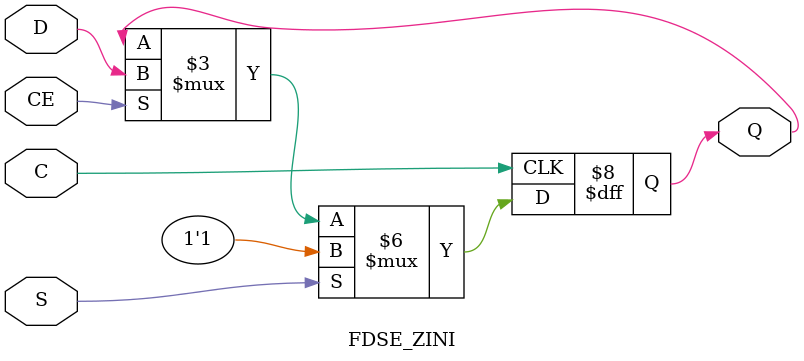
<source format=v>
module FDSE_ZINI (output reg Q, input C, CE, D, S);
  parameter [0:0] ZINI = 1'b0;
  parameter [0:0] IS_C_INVERTED = 1'b0;
  initial Q <= !ZINI;
  generate case (|IS_C_INVERTED)
    1'b0: always @(posedge C) if (S) Q <= 1'b1; else if (CE) Q <= D;
    1'b1: always @(negedge C) if (S) Q <= 1'b1; else if (CE) Q <= D;
  endcase endgenerate
endmodule
</source>
